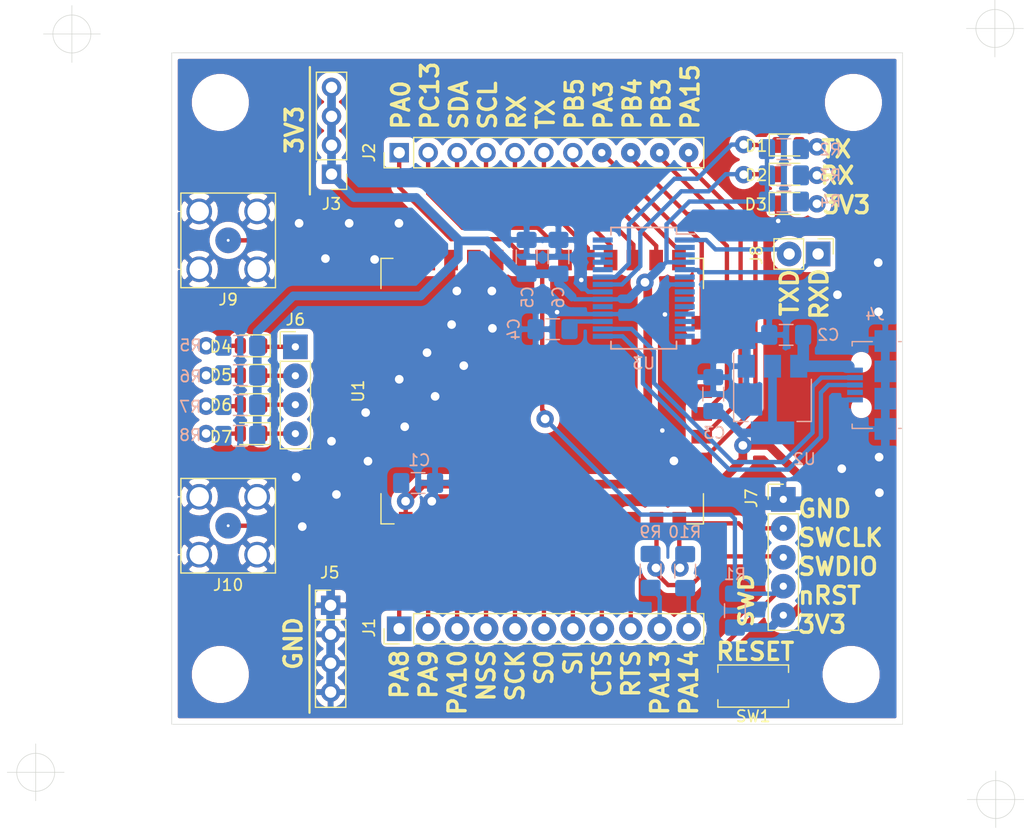
<source format=kicad_pcb>
(kicad_pcb (version 20171130) (host pcbnew 5.1.4-e60b266~84~ubuntu18.04.1)
  (layers (0 F.Cu signal) (31 B.Cu signal) (34 B.Paste user hide) (35 F.Paste user hide) (36 B.SilkS user) (37 F.SilkS user) (38 B.Mask user hide) (39 F.Mask user hide) (44 Edge.Cuts user))
  (net 0 "")
  (net 1 GND)
  (net 2 +3V3)
  (net 3 +5V)
  (net 4 "Net-(C4-Pad1)")
  (net 5 TX_LED)
  (net 6 "Net-(D1-Pad2)")
  (net 7 RX_LED)
  (net 8 "Net-(D2-Pad2)")
  (net 9 "Net-(D3-Pad2)")
  (net 10 "Net-(D4-Pad1)")
  (net 11 "Net-(D4-Pad2)")
  (net 12 "Net-(D5-Pad1)")
  (net 13 "Net-(D5-Pad2)")
  (net 14 "Net-(D6-Pad1)")
  (net 15 "Net-(D6-Pad2)")
  (net 16 "Net-(D7-Pad1)")
  (net 17 "Net-(D7-Pad2)")
  (net 18 SWCLK)
  (net 19 SWDIO)
  (net 20 RTS)
  (net 21 CTS)
  (net 22 MOSI)
  (net 23 MISO)
  (net 24 SCK)
  (net 25 NSS)
  (net 26 PA10)
  (net 27 PA9)
  (net 28 PA8)
  (net 29 PA15)
  (net 30 PB3)
  (net 31 PB4)
  (net 32 PA3)
  (net 33 PB5)
  (net 34 TX)
  (net 35 RX)
  (net 36 SCL)
  (net 37 SDA)
  (net 38 PC13)
  (net 39 PA0)
  (net 40 D-)
  (net 41 D+)
  (net 42 "Net-(J4-Pad4)")
  (net 43 nRST)
  (net 44 "Net-(U1-Pad19)")
  (net 45 "Net-(U1-Pad18)")
  (net 46 "Net-(U1-Pad17)")
  (net 47 "Net-(U3-Pad28)")
  (net 48 "Net-(U3-Pad27)")
  (net 49 "Net-(U3-Pad19)")
  (net 50 "Net-(U3-Pad14)")
  (net 51 "Net-(U3-Pad13)")
  (net 52 "Net-(U3-Pad12)")
  (net 53 "Net-(U3-Pad11)")
  (net 54 "Net-(U3-Pad10)")
  (net 55 "Net-(U3-Pad9)")
  (net 56 "Net-(U3-Pad6)")
  (net 57 "Net-(U3-Pad3)")
  (net 58 "Net-(U3-Pad2)")
  (net 59 "Net-(J1-Pad10)")
  (net 60 "Net-(J1-Pad11)")
  (net 61 "Net-(J8-Pad1)")
  (net 62 "Net-(J8-Pad2)")
  (net 63 ANT_LF)
  (net 64 ANT_HF)
  (module Connector_PinHeader_2.54mm:PinHeader_1x11_P2.54mm_Vertical (layer F.Cu) (at 136.04 67.691 90)
    (fp_text reference J1 (at 0.091 -2.64 90) (layer F.SilkS))
    (fp_text value Conn_01x11_Male)
    (pad 1 thru_hole rect (at 0 0 90) (size 2.159 2.159) (drill 1) (layers *.Cu *.Mask) (net 28 PA8))
    (pad 2 thru_hole oval (at 0 2.54 90) (size 2.159 2.159) (drill 1) (layers *.Cu *.Mask) (net 27 PA9))
    (pad 3 thru_hole oval (at 0 5.08 90) (size 2.159 2.159) (drill 1) (layers *.Cu *.Mask) (net 26 PA10))
    (pad 4 thru_hole oval (at 0 7.62 90) (size 2.159 2.159) (drill 1) (layers *.Cu *.Mask) (net 25 NSS))
    (pad 5 thru_hole oval (at 0 10.16 90) (size 2.159 2.159) (drill 1) (layers *.Cu *.Mask) (net 24 SCK))
    (pad 6 thru_hole oval (at 0 12.7 90) (size 2.159 2.159) (drill 1) (layers *.Cu *.Mask) (net 23 MISO))
    (pad 7 thru_hole oval (at 0 15.24 90) (size 2.159 2.159) (drill 1) (layers *.Cu *.Mask) (net 22 MOSI))
    (pad 8 thru_hole oval (at 0 17.78 90) (size 2.159 2.159) (drill 1) (layers *.Cu *.Mask) (net 21 CTS))
    (pad 9 thru_hole oval (at 0 20.32 90) (size 2.032 2.032) (drill 1) (layers *.Cu *.Mask) (net 20 RTS))
    (pad 10 thru_hole oval (at 0 22.86 90) (size 2.159 2.159) (drill 1) (layers *.Cu *.Mask) (net 59 "Net-(J1-Pad10)"))
    (pad 11 thru_hole oval (at 0 25.4 90) (size 2.159 2.159) (drill 1) (layers *.Cu *.Mask) (net 60 "Net-(J1-Pad11)"))
  )
  (module rfh78-052:USB_Micro-B_Molex_47346-0001 (layer B.Cu) (at 177.5 46.3 270)
    (fp_text reference J4 (at -6.2 -0.3 180) (layer B.SilkS) (effects (justify mirror)))
    (fp_text value USB_B_Micro)
    (pad "" np_thru_hole circle (at -2 0.9 90) (size 0.8 0.8) (drill 0.8) (layers *.Mask B.Cu))
    (pad "" np_thru_hole circle (at 2 0.9 270) (size 0.8 0.8) (drill 0.8) (layers *.Mask B.Cu))
    (pad 1 smd rect (at -1.3 1.46 270) (size 0.45 1.38) (layers B.Cu B.Paste B.Mask) (net 3 +5V))
    (pad 2 smd rect (at -0.65 1.46 270) (size 0.45 1.38) (layers B.Cu B.Paste B.Mask) (net 40 D-))
    (pad 3 smd rect (at 0 1.46 270) (size 0.45 1.38) (layers B.Cu B.Paste B.Mask) (net 41 D+))
    (pad 4 smd rect (at 0.65 1.46 270) (size 0.45 1.38) (layers B.Cu B.Paste B.Mask) (net 42 "Net-(J4-Pad4)"))
    (pad 5 smd rect (at 1.3 1.46 270) (size 0.45 1.38) (layers B.Cu B.Paste B.Mask) (net 1 GND))
    (pad 6 smd rect (at -3.86 -1.2 270) (size 1.9 1.9) (layers B.Cu B.Paste B.Mask) (net 1 GND))
    (pad 6 smd rect (at 3.86 -1.2 270) (size 1.9 1.9) (layers B.Cu B.Paste B.Mask) (net 1 GND))
    (pad 6 smd rect (at -1.2 -1.2 270) (size 1.9 1.9) (layers B.Cu B.Paste B.Mask) (net 1 GND))
    (pad 6 smd rect (at 1.2 -1.2 270) (size 1.9 1.9) (layers B.Cu B.Paste B.Mask) (net 1 GND))
  )
  (module Button_Switch_SMD:SW_SPST_EVQPE1 (layer F.Cu) (at 167.1066 72.7202 180)
    (fp_text reference SW1 (at 0 -2.65) (layer F.SilkS))
    (fp_text value FSM8JSMATR)
    (pad 1 smd rect (at -2.7 0 180) (size 2 1.6) (layers F.Cu F.Paste F.Mask) (net 1 GND))
    (pad 2 smd rect (at 2.7 0 180) (size 2 1.6) (layers F.Cu F.Paste F.Mask) (net 43 nRST))
  )
  (module Connector_Coaxial:SMA_Amphenol_132203-12_Horizontal (layer F.Cu) (at 121.031 58.6486 90)
    (fp_text reference J10 (at -5.2 0) (layer F.SilkS))
    (fp_text value Conn_Coaxial_Power)
    (pad 1 thru_hole circle (at 0 0 90) (size 2.25 2.25) (drill 0.254) (layers *.Cu *.Mask) (net 64 ANT_HF))
    (pad 2 thru_hole circle (at 2.54 2.54 180) (size 2.25 2.25) (drill 1.7) (layers *.Cu *.Mask) (net 1 GND))
    (pad 2 thru_hole circle (at 2.54 -2.54 90) (size 2.25 2.25) (drill 1.7) (layers *.Cu *.Mask) (net 1 GND))
    (pad 2 thru_hole circle (at -2.54 -2.54 90) (size 2.25 2.25) (drill 1.7) (layers *.Cu *.Mask) (net 1 GND))
    (pad 2 thru_hole circle (at -2.54 2.54 90) (size 2.25 2.25) (drill 1.7) (layers *.Cu *.Mask) (net 1 GND))
  )
  (module Connector_Coaxial:SMA_Amphenol_132203-12_Horizontal (layer F.Cu) (at 121.031 33.6042 90)
    (fp_text reference J9 (at -5.2 0) (layer F.SilkS))
    (fp_text value Conn_Coaxial_Power)
    (pad 1 thru_hole circle (at 0 0 90) (size 2.25 2.25) (drill 0.254) (layers *.Cu *.Mask) (net 63 ANT_LF))
    (pad 2 thru_hole circle (at 2.54 2.54 180) (size 2.25 2.25) (drill 1.7) (layers *.Cu *.Mask) (net 1 GND))
    (pad 2 thru_hole circle (at 2.54 -2.54 90) (size 2.25 2.25) (drill 1.7) (layers *.Cu *.Mask) (net 1 GND))
    (pad 2 thru_hole circle (at -2.54 -2.54 90) (size 2.25 2.25) (drill 1.7) (layers *.Cu *.Mask) (net 1 GND))
    (pad 2 thru_hole circle (at -2.54 2.54 90) (size 2.25 2.25) (drill 1.7) (layers *.Cu *.Mask) (net 1 GND))
  )
  (module MountingHole:MountingHole_4mm (layer F.Cu) (at 175.9 21.5)
    (fp_text reference REF** hide)
    (fp_text value MountingHole_4mm)
    (pad 1 np_thru_hole circle (at 0 0) (size 4 4) (drill 4) (layers *.Cu *.Mask))
  )
  (module MountingHole:MountingHole_4mm (layer F.Cu) (at 120.343 21.5)
    (fp_text reference REF** hide)
    (fp_text value MountingHole_4mm)
    (pad 1 np_thru_hole circle (at 0 0) (size 4 4) (drill 4) (layers *.Cu *.Mask))
  )
  (module MountingHole:MountingHole_4mm (layer F.Cu) (at 120.343 71.7)
    (fp_text reference REF** hide)
    (fp_text value MountingHole_4mm)
    (pad 1 np_thru_hole circle (at 0 0) (size 4 4) (drill 4) (layers *.Cu *.Mask))
  )
  (module MountingHole:MountingHole_4mm (layer F.Cu) (at 175.7 71.7)
    (fp_text reference REF** hide)
    (fp_text value MountingHole_4mm)
    (pad 1 np_thru_hole circle (at 0 0) (size 4 4) (drill 4) (layers *.Cu *.Mask))
  )
  (module Resistor_SMD:R_1206_3216Metric_Pad1.42x1.75mm_HandSolder (layer B.Cu) (at 161.136 62.63 270)
    (fp_text reference R10 (at -3.43 0.036 180) (layer B.SilkS) (effects (justify mirror)))
    (fp_text value 440)
    (pad 1 smd roundrect (at -1.4875 0 270) (size 1.425 1.75) (layers B.Cu B.Paste B.Mask) (roundrect_rratio 0.175439) (net 18 SWCLK))
    (pad 2 smd roundrect (at 1.4875 0 270) (size 1.425 1.75) (layers B.Cu B.Paste B.Mask) (roundrect_rratio 0.175439) (net 60 "Net-(J1-Pad11)"))
  )
  (module Resistor_SMD:R_1206_3216Metric_Pad1.42x1.75mm_HandSolder (layer B.Cu) (at 158.1 62.6125 270)
    (fp_text reference R9 (at -3.4125 0 180) (layer B.SilkS) (effects (justify mirror)))
    (fp_text value 440)
    (pad 1 smd roundrect (at -1.4875 0 270) (size 1.425 1.75) (layers B.Cu B.Paste B.Mask) (roundrect_rratio 0.175439) (net 19 SWDIO))
    (pad 2 smd roundrect (at 1.4875 0 270) (size 1.425 1.75) (layers B.Cu B.Paste B.Mask) (roundrect_rratio 0.175439) (net 59 "Net-(J1-Pad10)"))
  )
  (module Resistor_SMD:R_1206_3216Metric_Pad1.42x1.75mm_HandSolder (layer B.Cu) (at 122.0924 50.7588 180)
    (fp_text reference R8 (at 4.3888 0.0604 180) (layer B.SilkS) (effects (justify mirror)))
    (fp_text value 100)
    (pad 2 smd roundrect (at 1.4875 0 180) (size 1.425 1.75) (layers B.Cu B.Paste B.Mask) (roundrect_rratio 0.175439) (net 17 "Net-(D7-Pad2)"))
    (pad 1 smd roundrect (at -1.4875 0 180) (size 1.425 1.75) (layers B.Cu B.Paste B.Mask) (roundrect_rratio 0.175439) (net 2 +3V3))
  )
  (module Resistor_SMD:R_1206_3216Metric_Pad1.42x1.75mm_HandSolder (layer B.Cu) (at 122.0924 48.0588 180)
    (fp_text reference R7 (at 4.3888 -0.1504 180) (layer B.SilkS) (effects (justify mirror)))
    (fp_text value 100)
    (pad 2 smd roundrect (at 1.4875 0 180) (size 1.425 1.75) (layers B.Cu B.Paste B.Mask) (roundrect_rratio 0.175439) (net 15 "Net-(D6-Pad2)"))
    (pad 1 smd roundrect (at -1.4875 0 180) (size 1.425 1.75) (layers B.Cu B.Paste B.Mask) (roundrect_rratio 0.175439) (net 2 +3V3))
  )
  (module Resistor_SMD:R_1206_3216Metric_Pad1.42x1.75mm_HandSolder (layer B.Cu) (at 122.0924 45.4358 180)
    (fp_text reference R6 (at 4.3634 -0.1064 180) (layer B.SilkS) (effects (justify mirror)))
    (fp_text value 100)
    (pad 2 smd roundrect (at 1.4875 0 180) (size 1.425 1.75) (layers B.Cu B.Paste B.Mask) (roundrect_rratio 0.175439) (net 13 "Net-(D5-Pad2)"))
    (pad 1 smd roundrect (at -1.4875 0 180) (size 1.425 1.75) (layers B.Cu B.Paste B.Mask) (roundrect_rratio 0.175439) (net 2 +3V3))
  )
  (module Resistor_SMD:R_1206_3216Metric_Pad1.42x1.75mm_HandSolder (layer B.Cu) (at 122.0924 42.8588 180)
    (fp_text reference R5 (at 4.3634 0.0344 180) (layer B.SilkS) (effects (justify mirror)))
    (fp_text value 100)
    (pad 2 smd roundrect (at 1.4875 0 180) (size 1.425 1.75) (layers B.Cu B.Paste B.Mask) (roundrect_rratio 0.175439) (net 11 "Net-(D4-Pad2)"))
    (pad 1 smd roundrect (at -1.4875 0 180) (size 1.425 1.75) (layers B.Cu B.Paste B.Mask) (roundrect_rratio 0.175439) (net 2 +3V3))
  )
  (module Resistor_SMD:R_1206_3216Metric_Pad1.42x1.75mm_HandSolder (layer B.Cu) (at 169.8 30.2)
    (fp_text reference R4 (at 4.058283 -0.02997) (layer B.SilkS) (effects (justify mirror)))
    (fp_text value 100)
    (pad 2 smd roundrect (at 1.4875 0) (size 1.425 1.75) (layers B.Cu B.Paste B.Mask) (roundrect_rratio 0.175439) (net 9 "Net-(D3-Pad2)"))
    (pad 1 smd roundrect (at -1.4875 0) (size 1.425 1.75) (layers B.Cu B.Paste B.Mask) (roundrect_rratio 0.175439) (net 2 +3V3))
  )
  (module Resistor_SMD:R_1206_3216Metric_Pad1.42x1.75mm_HandSolder (layer B.Cu) (at 169.8 27.9)
    (fp_text reference R3 (at 4.058283 0.00203) (layer B.SilkS) (effects (justify mirror)))
    (fp_text value 100)
    (pad 2 smd roundrect (at 1.4875 0) (size 1.425 1.75) (layers B.Cu B.Paste B.Mask) (roundrect_rratio 0.175439) (net 8 "Net-(D2-Pad2)"))
    (pad 1 smd roundrect (at -1.4875 0) (size 1.425 1.75) (layers B.Cu B.Paste B.Mask) (roundrect_rratio 0.175439) (net 2 +3V3))
  )
  (module Resistor_SMD:R_1206_3216Metric_Pad1.42x1.75mm_HandSolder (layer B.Cu) (at 169.8 25.6)
    (fp_text reference R2 (at 4.058283 0.03403) (layer B.SilkS) (effects (justify mirror)))
    (fp_text value 100)
    (pad 1 smd roundrect (at -1.4875 0) (size 1.425 1.75) (layers B.Cu B.Paste B.Mask) (roundrect_rratio 0.175439) (net 2 +3V3))
    (pad 2 smd roundrect (at 1.4875 0) (size 1.425 1.75) (layers B.Cu B.Paste B.Mask) (roundrect_rratio 0.175439) (net 6 "Net-(D1-Pad2)"))
  )
  (module Resistor_SMD:R_1206_3216Metric_Pad1.42x1.75mm_HandSolder (layer B.Cu) (at 165.5 66.1 90)
    (fp_text reference R1 (at 3.2 0) (layer B.SilkS) (effects (justify mirror)))
    (fp_text value 1K)
    (pad 2 smd roundrect (at 1.4875 0 90) (size 1.425 1.75) (layers B.Cu B.Paste B.Mask) (roundrect_rratio 0.175439) (net 43 nRST))
    (pad 1 smd roundrect (at -1.4875 0 90) (size 1.425 1.75) (layers B.Cu B.Paste B.Mask) (roundrect_rratio 0.175439) (net 2 +3V3))
  )
  (module Capacitor_SMD:C_1206_3216Metric_Pad1.42x1.75mm_HandSolder (layer B.Cu) (at 150.015 35.051 90)
    (fp_text reference C6 (at -3.549 -0.015 90) (layer B.SilkS) (effects (justify mirror)))
    (fp_text value 100nF)
    (pad 2 smd roundrect (at 1.4875 0 90) (size 1.425 1.75) (layers B.Cu B.Paste B.Mask) (roundrect_rratio 0.175439) (net 1 GND))
    (pad 1 smd roundrect (at -1.4875 0 90) (size 1.425 1.75) (layers B.Cu B.Paste B.Mask) (roundrect_rratio 0.175439) (net 2 +3V3))
  )
  (module Capacitor_SMD:C_1206_3216Metric_Pad1.42x1.75mm_HandSolder (layer B.Cu) (at 147.221 35.051 90)
    (fp_text reference C5 (at -3.549 0.079 90) (layer B.SilkS) (effects (justify mirror)))
    (fp_text value 4.7uF)
    (pad 2 smd roundrect (at 1.4875 0 90) (size 1.425 1.75) (layers B.Cu B.Paste B.Mask) (roundrect_rratio 0.175439) (net 1 GND))
    (pad 1 smd roundrect (at -1.4875 0 90) (size 1.425 1.75) (layers B.Cu B.Paste B.Mask) (roundrect_rratio 0.175439) (net 2 +3V3))
  )
  (module Capacitor_SMD:C_1206_3216Metric_Pad1.42x1.75mm_HandSolder (layer B.Cu) (at 149.5 41.4 180)
    (fp_text reference C4 (at 3.4 0 270) (layer B.SilkS) (effects (justify mirror)))
    (fp_text value 100nF)
    (pad 2 smd roundrect (at 1.4875 0 180) (size 1.425 1.75) (layers B.Cu B.Paste B.Mask) (roundrect_rratio 0.175439) (net 1 GND))
    (pad 1 smd roundrect (at -1.4875 0 180) (size 1.425 1.75) (layers B.Cu B.Paste B.Mask) (roundrect_rratio 0.175439) (net 4 "Net-(C4-Pad1)"))
  )
  (module Capacitor_SMD:C_1206_3216Metric_Pad1.42x1.75mm_HandSolder (layer B.Cu) (at 163.6 47.1 90)
    (fp_text reference C3 (at -3.4 0.1) (layer B.SilkS) (effects (justify mirror)))
    (fp_text value 10uF)
    (pad 1 smd roundrect (at -1.4875 0 90) (size 1.425 1.75) (layers B.Cu B.Paste B.Mask) (roundrect_rratio 0.175439) (net 2 +3V3))
    (pad 2 smd roundrect (at 1.4875 0 90) (size 1.425 1.75) (layers B.Cu B.Paste B.Mask) (roundrect_rratio 0.175439) (net 1 GND))
  )
  (module Capacitor_SMD:C_1206_3216Metric_Pad1.42x1.75mm_HandSolder (layer B.Cu) (at 170 41.9 180)
    (fp_text reference C2 (at -3.7 0) (layer B.SilkS) (effects (justify mirror)))
    (fp_text value 10uF)
    (pad 1 smd roundrect (at -1.4875 0 180) (size 1.425 1.75) (layers B.Cu B.Paste B.Mask) (roundrect_rratio 0.175439) (net 3 +5V))
    (pad 2 smd roundrect (at 1.4875 0 180) (size 1.425 1.75) (layers B.Cu B.Paste B.Mask) (roundrect_rratio 0.175439) (net 1 GND))
  )
  (module Capacitor_SMD:C_1206_3216Metric_Pad1.42x1.75mm_HandSolder (layer B.Cu) (at 137.7 54.9)
    (fp_text reference C1 (at 0.1 -2 180) (layer B.SilkS) (effects (justify mirror)))
    (fp_text value 100nF)
    (pad 2 smd roundrect (at 1.4875 0) (size 1.425 1.75) (layers B.Cu B.Paste B.Mask) (roundrect_rratio 0.175439) (net 1 GND))
    (pad 1 smd roundrect (at -1.4875 0) (size 1.425 1.75) (layers B.Cu B.Paste B.Mask) (roundrect_rratio 0.175439) (net 2 +3V3))
  )
  (module Connector_PinHeader_2.54mm:PinHeader_1x02_P2.54mm_Vertical (layer F.Cu) (at 172.8 34.8 270)
    (fp_text reference J8 (at 0.1 5.4 270) (layer F.SilkS))
    (fp_text value Conn_01x02_Male)
    (pad 1 thru_hole rect (at 0 0 270) (size 2.159 2.159) (drill 1) (layers *.Cu *.Mask) (net 61 "Net-(J8-Pad1)"))
    (pad 2 thru_hole oval (at 0 2.54 270) (size 2.159 2.159) (drill 1) (layers *.Cu *.Mask) (net 62 "Net-(J8-Pad2)"))
  )
  (module Connector_PinHeader_2.54mm:PinHeader_1x05_P2.54mm_Vertical (layer F.Cu) (at 169.7482 56.3372)
    (fp_text reference J7 (at -2.8 -0.1 90) (layer F.SilkS))
    (fp_text value SWD)
    (pad 1 thru_hole rect (at 0 0) (size 2.159 2.159) (drill 0.635) (layers *.Cu *.Mask) (net 1 GND))
    (pad 2 thru_hole oval (at 0 2.54) (size 2.159 2.159) (drill 0.635) (layers *.Cu *.Mask) (net 18 SWCLK))
    (pad 3 thru_hole oval (at 0 5.08) (size 2.159 2.159) (drill 0.635) (layers *.Cu *.Mask) (net 19 SWDIO))
    (pad 4 thru_hole oval (at 0 7.62) (size 2.159 2.159) (drill 0.635) (layers *.Cu *.Mask) (net 43 nRST))
    (pad 5 thru_hole oval (at 0 10.16) (size 2.159 2.159) (drill 0.635) (layers *.Cu *.Mask) (net 2 +3V3))
  )
  (module Package_SO:SSOP-28_5.3x10.2mm_P0.65mm (layer B.Cu) (at 157.5 37.8 180)
    (fp_text reference U3 (at 0 -6.6 unlocked) (layer B.SilkS) (effects (justify mirror)))
    (fp_text value FT232RL)
    (pad 28 smd rect (at 3.6 4.225 180) (size 1.75 0.45) (layers B.Cu B.Paste B.Mask) (net 47 "Net-(U3-Pad28)"))
    (pad 27 smd rect (at 3.6 3.575 180) (size 1.75 0.45) (layers B.Cu B.Paste B.Mask) (net 48 "Net-(U3-Pad27)"))
    (pad 26 smd rect (at 3.6 2.925 180) (size 1.75 0.45) (layers B.Cu B.Paste B.Mask) (net 1 GND))
    (pad 25 smd rect (at 3.6 2.275 180) (size 1.75 0.45) (layers B.Cu B.Paste B.Mask) (net 1 GND))
    (pad 24 smd rect (at 3.6 1.625 180) (size 1.75 0.45) (layers B.Cu B.Paste B.Mask))
    (pad 23 smd rect (at 3.6 0.975 180) (size 1.75 0.45) (layers B.Cu B.Paste B.Mask) (net 5 TX_LED))
    (pad 22 smd rect (at 3.6 0.325 180) (size 1.75 0.45) (layers B.Cu B.Paste B.Mask) (net 7 RX_LED))
    (pad 21 smd rect (at 3.6 -0.325 180) (size 1.75 0.45) (layers B.Cu B.Paste B.Mask) (net 1 GND))
    (pad 20 smd rect (at 3.6 -0.975 180) (size 1.75 0.45) (layers B.Cu B.Paste B.Mask) (net 2 +3V3))
    (pad 19 smd rect (at 3.6 -1.625 180) (size 1.75 0.45) (layers B.Cu B.Paste B.Mask) (net 49 "Net-(U3-Pad19)"))
    (pad 18 smd rect (at 3.6 -2.275 180) (size 1.75 0.45) (layers B.Cu B.Paste B.Mask) (net 1 GND))
    (pad 17 smd rect (at 3.6 -2.925 180) (size 1.75 0.45) (layers B.Cu B.Paste B.Mask) (net 4 "Net-(C4-Pad1)"))
    (pad 16 smd rect (at 3.6 -3.575 180) (size 1.75 0.45) (layers B.Cu B.Paste B.Mask) (net 40 D-))
    (pad 15 smd rect (at 3.6 -4.225 180) (size 1.75 0.45) (layers B.Cu B.Paste B.Mask) (net 41 D+))
    (pad 14 smd rect (at -3.6 -4.225 180) (size 1.75 0.45) (layers B.Cu B.Paste B.Mask) (net 50 "Net-(U3-Pad14)"))
    (pad 13 smd rect (at -3.6 -3.575 180) (size 1.75 0.45) (layers B.Cu B.Paste B.Mask) (net 51 "Net-(U3-Pad13)"))
    (pad 12 smd rect (at -3.6 -2.925 180) (size 1.75 0.45) (layers B.Cu B.Paste B.Mask) (net 52 "Net-(U3-Pad12)"))
    (pad 11 smd rect (at -3.6 -2.275 180) (size 1.75 0.45) (layers B.Cu B.Paste B.Mask) (net 53 "Net-(U3-Pad11)"))
    (pad 10 smd rect (at -3.6 -1.625 180) (size 1.75 0.45) (layers B.Cu B.Paste B.Mask) (net 54 "Net-(U3-Pad10)"))
    (pad 9 smd rect (at -3.6 -0.975 180) (size 1.75 0.45) (layers B.Cu B.Paste B.Mask) (net 55 "Net-(U3-Pad9)"))
    (pad 8 smd rect (at -3.6 -0.325 180) (size 1.75 0.45) (layers B.Cu B.Paste B.Mask))
    (pad 7 smd rect (at -3.6 0.325 180) (size 1.75 0.45) (layers B.Cu B.Paste B.Mask) (net 1 GND))
    (pad 6 smd rect (at -3.6 0.975 180) (size 1.75 0.45) (layers B.Cu B.Paste B.Mask) (net 56 "Net-(U3-Pad6)"))
    (pad 5 smd rect (at -3.6 1.625 180) (size 1.75 0.45) (layers B.Cu B.Paste B.Mask) (net 61 "Net-(J8-Pad1)"))
    (pad 4 smd rect (at -3.6 2.275 180) (size 1.75 0.45) (layers B.Cu B.Paste B.Mask) (net 2 +3V3))
    (pad 3 smd rect (at -3.6 2.925 180) (size 1.75 0.45) (layers B.Cu B.Paste B.Mask) (net 57 "Net-(U3-Pad3)"))
    (pad 2 smd rect (at -3.6 3.575 180) (size 1.75 0.45) (layers B.Cu B.Paste B.Mask) (net 58 "Net-(U3-Pad2)"))
    (pad 1 smd rect (at -3.6 4.225 180) (size 1.75 0.45) (layers B.Cu B.Paste B.Mask) (net 62 "Net-(J8-Pad2)"))
  )
  (module rfh78-052:SOT-223-3_TabPin2_new-TI (layer B.Cu) (at 168.8 47.6 270)
    (fp_text reference U2 (at 5.2 -2.8 unlocked) (layer B.SilkS) (effects (justify mirror)))
    (fp_text value LM1117-3.3)
    (pad 2 smd rect (at 2.9 0 270) (size 2 3.8) (layers B.Cu B.Paste B.Mask) (net 2 +3V3))
    (pad 2 smd rect (at -2.95 0 270) (size 2 1.5) (layers B.Cu B.Paste B.Mask) (net 2 +3V3))
    (pad 3 smd rect (at -2.95 -2.3 270) (size 2 1.5) (layers B.Cu B.Paste B.Mask) (net 3 +5V))
    (pad 1 smd rect (at -2.95 2.3 270) (size 2 1.5) (layers B.Cu B.Paste B.Mask) (net 1 GND))
  )
  (module rfh78-052:RHF78-052_LCC (layer F.Cu) (at 148.59 46.836 90)
    (fp_text reference U1 (at 0 -16.15 90) (layer F.SilkS))
    (fp_text value rhf78-052)
    (pad 33 smd rect (at 11.5 -12) (size 1.2 1.8) (layers F.Cu F.Paste F.Mask) (net 1 GND))
    (pad 32 smd rect (at 11.5 -10) (size 1.2 1.8) (layers F.Cu F.Paste F.Mask) (net 63 ANT_LF))
    (pad 31 smd rect (at 11.5 -8) (size 1.2 1.8) (layers F.Cu F.Paste F.Mask) (net 1 GND))
    (pad 30 smd rect (at 11.5 -6) (size 1.2 1.8) (layers F.Cu F.Paste F.Mask) (net 64 ANT_HF))
    (pad 29 smd rect (at 11.5 -4) (size 1.2 1.8) (layers F.Cu F.Paste F.Mask) (net 1 GND))
    (pad 28 smd rect (at 11.5 -2) (size 1.2 1.8) (layers F.Cu F.Paste F.Mask) (net 39 PA0))
    (pad 27 smd rect (at 11.5 0) (size 1.2 1.8) (layers F.Cu F.Paste F.Mask) (net 43 nRST))
    (pad 26 smd rect (at 11.5 2) (size 1.2 1.8) (layers F.Cu F.Paste F.Mask) (net 38 PC13))
    (pad 25 smd rect (at 11.5 4) (size 1.2 1.8) (layers F.Cu F.Paste F.Mask) (net 37 SDA))
    (pad 24 smd rect (at 11.5 6 180) (size 1.2 1.8) (layers F.Cu F.Paste F.Mask) (net 36 SCL))
    (pad 23 smd rect (at 11.5 8 180) (size 1.2 1.8) (layers F.Cu F.Paste F.Mask) (net 35 RX))
    (pad 22 smd rect (at 11.5 10 180) (size 1.2 1.8) (layers F.Cu F.Paste F.Mask) (net 34 TX))
    (pad 21 smd rect (at 11.5 12 180) (size 1.2 1.8) (layers F.Cu F.Paste F.Mask) (net 33 PB5))
    (pad 20 smd rect (at 6 14 270) (size 1.2 1.8) (layers F.Cu F.Paste F.Mask) (net 32 PA3))
    (pad 19 smd rect (at 4 14 90) (size 1.2 1.8) (layers F.Cu F.Paste F.Mask) (net 44 "Net-(U1-Pad19)"))
    (pad 18 smd rect (at 2 14 90) (size 1.2 1.8) (layers F.Cu F.Paste F.Mask) (net 45 "Net-(U1-Pad18)"))
    (pad 17 smd rect (at 0 14 90) (size 1.2 1.8) (layers F.Cu F.Paste F.Mask) (net 46 "Net-(U1-Pad17)"))
    (pad 16 smd rect (at -2 14 90) (size 1.2 1.8) (layers F.Cu F.Paste F.Mask) (net 31 PB4))
    (pad 15 smd rect (at -4 14 90) (size 1.2 1.8) (layers F.Cu F.Paste F.Mask) (net 30 PB3))
    (pad 14 smd rect (at -6 14 90) (size 1.2 1.8) (layers F.Cu F.Paste F.Mask) (net 29 PA15))
    (pad 13 smd rect (at -11.5 12.03) (size 1.2 1.8) (layers F.Cu F.Paste F.Mask) (net 18 SWCLK))
    (pad 12 smd rect (at -11.5 10.03) (size 1.2 1.8) (layers F.Cu F.Paste F.Mask) (net 19 SWDIO))
    (pad 11 smd rect (at -11.5 8.03) (size 1.2 1.8) (layers F.Cu F.Paste F.Mask) (net 20 RTS))
    (pad 10 smd rect (at -11.5 6.03) (size 1.2 1.8) (layers F.Cu F.Paste F.Mask) (net 21 CTS))
    (pad 9 smd rect (at -11.5 4) (size 1.2 1.8) (layers F.Cu F.Paste F.Mask) (net 22 MOSI))
    (pad 8 smd rect (at -11.5 2.02 180) (size 1.2 1.8) (layers F.Cu F.Paste F.Mask) (net 23 MISO))
    (pad 7 smd rect (at -11.5 0.02 180) (size 1.2 1.8) (layers F.Cu F.Paste F.Mask) (net 24 SCK))
    (pad 6 smd rect (at -11.5 -1.98 180) (size 1.2 1.8) (layers F.Cu F.Paste F.Mask) (net 25 NSS))
    (pad 5 smd rect (at -11.5 -3.98 180) (size 1.2 1.8) (layers F.Cu F.Paste F.Mask) (net 26 PA10))
    (pad 4 smd rect (at -11.5 -5.98 180) (size 1.2 1.8) (layers F.Cu F.Paste F.Mask) (net 27 PA9))
    (pad 3 smd rect (at -11.5 -7.98 180) (size 1.2 1.8) (layers F.Cu F.Paste F.Mask) (net 28 PA8))
    (pad 2 smd rect (at -11.5 -9.98 180) (size 1.2 1.8) (layers F.Cu F.Paste F.Mask) (net 1 GND))
    (pad 1 smd rect (at -11.5 -11.98 180) (size 1.2 1.8) (layers F.Cu F.Paste F.Mask) (net 2 +3V3))
  )
  (module Connector_PinHeader_2.54mm:PinHeader_1x04_P2.54mm_Vertical (layer F.Cu) (at 126.926436 42.947362)
    (fp_text reference J6 (at 0 -2.388562) (layer F.SilkS))
    (fp_text value LEDS)
    (pad 4 thru_hole oval (at 0 7.62) (size 2.159 2.159) (drill 0.635) (layers *.Cu *.Mask) (net 16 "Net-(D7-Pad1)"))
    (pad 3 thru_hole oval (at 0 5.08) (size 2.159 2.159) (drill 0.635) (layers *.Cu *.Mask) (net 14 "Net-(D6-Pad1)"))
    (pad 2 thru_hole oval (at 0 2.54) (size 2.159 2.159) (drill 0.635) (layers *.Cu *.Mask) (net 12 "Net-(D5-Pad1)"))
    (pad 1 thru_hole rect (at 0 0) (size 2.159 2.159) (drill 0.635) (layers *.Cu *.Mask) (net 10 "Net-(D4-Pad1)"))
  )
  (module Connector_PinHeader_2.54mm:PinHeader_1x04_P2.54mm_Vertical (layer F.Cu) (at 130.0226 65.6336)
    (fp_text reference J5 (at -0.0762 -2.8702 180) (layer F.SilkS))
    (fp_text value GND)
    (pad 4 thru_hole oval (at 0 7.62) (size 1.7 1.7) (drill 1) (layers *.Cu *.Mask) (net 1 GND))
    (pad 3 thru_hole oval (at 0 5.08) (size 1.7 1.7) (drill 1) (layers *.Cu *.Mask) (net 1 GND))
    (pad 2 thru_hole oval (at 0 2.54) (size 1.7 1.7) (drill 1) (layers *.Cu *.Mask) (net 1 GND))
    (pad 1 thru_hole rect (at 0 0) (size 1.7 1.7) (drill 1) (layers *.Cu *.Mask) (net 1 GND))
  )
  (module Connector_PinHeader_2.54mm:PinHeader_1x04_P2.54mm_Vertical (layer F.Cu) (at 130.1 27.8 180)
    (fp_text reference J3 (at 0 -2.611) (layer F.SilkS))
    (fp_text value 3.3V)
    (pad 1 thru_hole rect (at 0 0 180) (size 1.7 1.7) (drill 1) (layers *.Cu *.Mask) (net 2 +3V3))
    (pad 2 thru_hole oval (at 0 2.54 180) (size 1.7 1.7) (drill 1) (layers *.Cu *.Mask) (net 2 +3V3))
    (pad 3 thru_hole oval (at 0 5.08 180) (size 1.7 1.7) (drill 1) (layers *.Cu *.Mask) (net 2 +3V3))
    (pad 4 thru_hole oval (at 0 7.62 180) (size 1.7 1.7) (drill 1) (layers *.Cu *.Mask) (net 2 +3V3))
  )
  (module Connector_PinHeader_2.54mm:PinHeader_1x11_P2.54mm_Vertical (layer F.Cu) (at 136.04 25.908 90)
    (fp_text reference J2 (at 0.008 -2.64 90) (layer F.SilkS))
    (fp_text value Conn_01x11_Male)
    (pad 1 thru_hole rect (at 0 0 90) (size 1.7 1.7) (drill 1) (layers *.Cu *.Mask) (net 39 PA0))
    (pad 2 thru_hole oval (at 0 2.54 90) (size 1.7 1.7) (drill 1) (layers *.Cu *.Mask) (net 38 PC13))
    (pad 3 thru_hole oval (at 0 5.08 90) (size 1.7 1.7) (drill 1) (layers *.Cu *.Mask) (net 37 SDA))
    (pad 4 thru_hole oval (at 0 7.62 90) (size 1.7 1.7) (drill 1) (layers *.Cu *.Mask) (net 36 SCL))
    (pad 5 thru_hole oval (at 0 10.16 90) (size 1.7 1.7) (drill 1) (layers *.Cu *.Mask) (net 35 RX))
    (pad 6 thru_hole oval (at 0 12.7 90) (size 1.7 1.7) (drill 1) (layers *.Cu *.Mask) (net 34 TX))
    (pad 7 thru_hole oval (at 0 15.24 90) (size 1.7 1.7) (drill 1) (layers *.Cu *.Mask) (net 33 PB5))
    (pad 8 thru_hole oval (at 0 17.78 90) (size 1.7 1.7) (drill 0.635) (layers *.Cu *.Mask) (net 32 PA3))
    (pad 9 thru_hole oval (at 0 20.32 90) (size 1.7 1.7) (drill 0.635) (layers *.Cu *.Mask) (net 31 PB4))
    (pad 10 thru_hole oval (at 0 22.86 90) (size 1.7 1.7) (drill 0.635) (layers *.Cu *.Mask) (net 30 PB3))
    (pad 11 thru_hole oval (at 0 25.4 90) (size 1.7 1.7) (drill 0.635) (layers *.Cu *.Mask) (net 29 PA15))
  )
  (module rfh78-052:D_0805_2012Metric (layer F.Cu) (at 123.037936 50.567362 180)
    (fp_text reference D7 (at 2.645536 -0.291438 180) (layer F.SilkS))
    (fp_text value KP-2012EC)
    (pad 1 smd roundrect (at -0.9375 0 180) (size 0.975 1.4) (layers F.Cu F.Paste F.Mask) (net 16 "Net-(D7-Pad1)"))
    (pad 2 smd roundrect (at 0.9375 0 180) (size 0.975 1.4) (layers F.Cu F.Paste F.Mask) (net 17 "Net-(D7-Pad2)"))
  )
  (module rfh78-052:D_0805_2012Metric (layer F.Cu) (at 123.037936 48.027362 180)
    (fp_text reference D6 (at 2.645536 -0.031438 180) (layer F.SilkS))
    (fp_text value KP-2012EC)
    (pad 1 smd roundrect (at -0.9375 0 180) (size 0.975 1.4) (layers F.Cu F.Paste F.Mask) (net 14 "Net-(D6-Pad1)"))
    (pad 2 smd roundrect (at 0.9375 0 180) (size 0.975 1.4) (layers F.Cu F.Paste F.Mask) (net 15 "Net-(D6-Pad2)"))
  )
  (module rfh78-052:D_0805_2012Metric (layer F.Cu) (at 123.037936 45.4588 180)
    (fp_text reference D5 (at 2.645536 0.028562 180) (layer F.SilkS))
    (fp_text value KP-2012EC)
    (pad 1 smd roundrect (at -0.9375 0 180) (size 0.975 1.4) (layers F.Cu F.Paste F.Mask) (net 12 "Net-(D5-Pad1)"))
    (pad 2 smd roundrect (at 0.9375 0 180) (size 0.975 1.4) (layers F.Cu F.Paste F.Mask) (net 13 "Net-(D5-Pad2)"))
  )
  (module rfh78-052:D_0805_2012Metric (layer F.Cu) (at 123.037936 42.8588 180)
    (fp_text reference D4 (at 2.66 -0.09 180) (layer F.SilkS))
    (fp_text value KP-2012EC)
    (pad 1 smd roundrect (at -0.9375 0 180) (size 0.975 1.4) (layers F.Cu F.Paste F.Mask) (net 10 "Net-(D4-Pad1)"))
    (pad 2 smd roundrect (at 0.9375 0 180) (size 0.975 1.4) (layers F.Cu F.Paste F.Mask) (net 11 "Net-(D4-Pad2)"))
  )
  (module rfh78-052:D_0805_2012Metric (layer F.Cu) (at 170.2 30.37003)
    (fp_text reference D3 (at -2.868283 0.08097 180) (layer F.SilkS))
    (fp_text value KP-2012EC)
    (pad 1 smd roundrect (at -0.9375 0) (size 0.975 1.4) (layers F.Cu F.Paste F.Mask) (net 1 GND))
    (pad 2 smd roundrect (at 0.9375 0) (size 0.975 1.4) (layers F.Cu F.Paste F.Mask) (net 9 "Net-(D3-Pad2)"))
  )
  (module rfh78-052:D_0805_2012Metric (layer F.Cu) (at 170.199283 27.80203)
    (fp_text reference D2 (at -2.828283 0.08097) (layer F.SilkS))
    (fp_text value KP-2012SYC)
    (pad 1 smd roundrect (at -0.9375 0) (size 0.975 1.4) (layers F.Cu F.Paste F.Mask) (net 7 RX_LED))
    (pad 2 smd roundrect (at 0.9375 0) (size 0.975 1.4) (layers F.Cu F.Paste F.Mask) (net 8 "Net-(D2-Pad2)"))
  )
  (module rfh78-052:D_0805_2012Metric (layer F.Cu) (at 170.199283 25.23403)
    (fp_text reference D1 (at -2.828283 0.08097) (layer F.SilkS))
    (fp_text value KP-2012SGC)
    (pad 2 smd roundrect (at 0.9375 0) (size 0.975 1.4) (layers F.Cu F.Paste F.Mask) (net 6 "Net-(D1-Pad2)"))
    (pad 1 smd roundrect (at -0.9375 0) (size 0.975 1.4) (layers F.Cu F.Paste F.Mask) (net 5 TX_LED))
  )
  (target plus (at 104.14 80.2894) (size 5) (width 0.05) (layer Edge.Cuts))
  (target plus (at 107.315 15.494) (size 5) (width 0.05) (layer Edge.Cuts))
  (target plus (at 188.3156 15.0114) (size 5) (width 0.05) (layer Edge.Cuts))
  (target plus (at 188.3918 82.677) (size 5) (width 0.05) (layer Edge.Cuts))
  (gr_text PA15 (at 161.582 21.002715 90) (layer F.SilkS) (effects (font (size 1.5 1.5) (thickness 0.3))))
  (gr_text PB3 (at 159.042 21.609858 90) (layer F.SilkS) (effects (font (size 1.5 1.5) (thickness 0.3))))
  (gr_text PB4 (at 156.502 21.609858 90) (layer F.SilkS) (effects (font (size 1.5 1.5) (thickness 0.3))))
  (gr_text PA3 (at 153.962 21.717 90) (layer F.SilkS) (effects (font (size 1.5 1.5) (thickness 0.3))))
  (gr_text PB5 (at 151.422 21.609858 90) (layer F.SilkS) (effects (font (size 1.5 1.5) (thickness 0.3))))
  (gr_text TX (at 148.882 22.538429 90) (layer F.SilkS) (effects (font (size 1.5 1.5) (thickness 0.3))))
  (gr_text RX (at 146.349 22.359858 90) (layer F.SilkS) (effects (font (size 1.5 1.5) (thickness 0.3))))
  (gr_text SCL (at 143.809 21.752715 90) (layer F.SilkS) (effects (font (size 1.5 1.5) (thickness 0.3))))
  (gr_text SDA (at 141.269 21.717 90) (layer F.SilkS) (effects (font (size 1.5 1.5) (thickness 0.3))))
  (gr_text PC13 (at 138.729 20.895572 90) (layer F.SilkS) (effects (font (size 1.5 1.5) (thickness 0.3))))
  (gr_text "PA0\n" (at 136.189 21.717 90) (layer F.SilkS) (effects (font (size 1.5 1.5) (thickness 0.3))))
  (gr_text PA14 (at 161.462 72.413714 90) (layer F.SilkS) (effects (font (size 1.5 1.5) (thickness 0.3))))
  (gr_text PA13 (at 158.922 72.413714 90) (layer F.SilkS) (effects (font (size 1.5 1.5) (thickness 0.3))))
  (gr_text "PA8\n" (at 136.062 71.699428 90) (layer F.SilkS) (effects (font (size 1.5 1.5) (thickness 0.3))))
  (gr_text PA9 (at 138.602 71.699428 90) (layer F.SilkS) (effects (font (size 1.5 1.5) (thickness 0.3))))
  (gr_text "PA10\n" (at 141.142 72.413714 90) (layer F.SilkS) (effects (font (size 1.5 1.5) (thickness 0.3))))
  (gr_text NSS (at 143.682 71.806571 90) (layer F.SilkS) (effects (font (size 1.5 1.5) (thickness 0.3))))
  (gr_text "SCK\n" (at 146.222 71.806571 90) (layer F.SilkS) (effects (font (size 1.5 1.5) (thickness 0.3))))
  (gr_text SO (at 148.762 71.092285 90) (layer F.SilkS) (effects (font (size 1.5 1.5) (thickness 0.3))))
  (gr_text SI (at 151.302 70.663714 90) (layer F.SilkS) (effects (font (size 1.5 1.5) (thickness 0.3))))
  (gr_text "CTS\n" (at 153.842 71.628 90) (layer F.SilkS) (effects (font (size 1.5 1.5) (thickness 0.3))))
  (gr_text RTS (at 156.382 71.628 90) (layer F.SilkS) (effects (font (size 1.5 1.5) (thickness 0.3))))
  (gr_line (start 128.1684 75.057) (end 128.1684 63.881) (layer F.SilkS) (width 0.2))
  (gr_text "GND\n" (at 126.746 68.9864 90) (layer F.SilkS) (effects (font (size 1.5 1.5) (thickness 0.3))))
  (gr_text 3V3 (at 126.8476 23.9014 90) (layer F.SilkS) (effects (font (size 1.5 1.5) (thickness 0.3))))
  (gr_line (start 128.2 29.576) (end 128.2 18.4) (layer F.SilkS) (width 0.2))
  (gr_text 3V3 (at 173.167714 67.317) (layer F.SilkS) (effects (font (size 1.5 1.5) (thickness 0.3))))
  (gr_text nRST (at 173.810571 64.777) (layer F.SilkS) (effects (font (size 1.5 1.5) (thickness 0.3))))
  (gr_text SWDIO (at 174.560571 62.237) (layer F.SilkS) (effects (font (size 1.5 1.5) (thickness 0.3))))
  (gr_text SWCLK (at 174.774857 59.697) (layer F.SilkS) (effects (font (size 1.5 1.5) (thickness 0.3))))
  (gr_text GND (at 173.382 57.157) (layer F.SilkS) (effects (font (size 1.5 1.5) (thickness 0.3))))
  (gr_text SWD (at 166.5 65.2 90) (layer F.SilkS) (effects (font (size 1.2 1.5) (thickness 0.3))))
  (gr_text RXD (at 172.9 38.3 90) (layer F.SilkS) (effects (font (size 1.5 1.5) (thickness 0.3))))
  (gr_text TXD (at 170.3 38.2 90) (layer F.SilkS) (effects (font (size 1.5 1.5) (thickness 0.3))))
  (gr_text 3V3 (at 175.3 30.5) (layer F.SilkS) (effects (font (size 1.5 1.5) (thickness 0.3))))
  (gr_text RX (at 174.484 27.917) (layer F.SilkS) (effects (font (size 1.5 1.5) (thickness 0.3))))
  (gr_text TX (at 174.4 25.6) (layer F.SilkS) (effects (font (size 1.5 1.5) (thickness 0.3))))
  (gr_text RESET (at 167.2844 69.6976) (layer F.SilkS) (effects (font (size 1.5 1.5) (thickness 0.3))))
  (gr_line (start 116.078 76.073) (end 116.078 17.145) (layer Edge.Cuts) (width 0.05))
  (gr_line (start 180.213 76.073) (end 116.078 76.073) (layer Edge.Cuts) (width 0.05))
  (gr_line (start 180.213 17.145) (end 180.213 76.073) (layer Edge.Cuts) (width 0.05))
  (gr_line (start 116.078 17.145) (end 180.213 17.145) (layer Edge.Cuts) (width 0.05))
  (via (at 138.4808 43.4594) (size 1.524) (drill 0.762) (layers F.Cu B.Cu) (net 1))
  (via (at 141.7066 44.6024) (size 1.524) (drill 0.762) (layers F.Cu B.Cu) (net 1))
  (via (at 136.0424 45.7962) (size 1.524) (drill 0.762) (layers F.Cu B.Cu) (net 1))
  (via (at 133.096 48.7172) (size 1.524) (drill 0.762) (layers F.Cu B.Cu) (net 1))
  (via (at 130.0988 51.2318) (size 1.524) (drill 0.762) (layers F.Cu B.Cu) (net 1))
  (via (at 127 54.3814) (size 1.524) (drill 0.762) (layers F.Cu B.Cu) (net 1))
  (via (at 139.192 47.2948) (size 1.524) (drill 0.762) (layers F.Cu B.Cu) (net 1))
  (via (at 136.525 49.9618) (size 1.524) (drill 0.762) (layers F.Cu B.Cu) (net 1))
  (via (at 133.2992 52.9844) (size 1.524) (drill 0.762) (layers F.Cu B.Cu) (net 1))
  (via (at 130.5306 55.9054) (size 1.524) (drill 0.762) (layers F.Cu B.Cu) (net 1))
  (via (at 127.5334 58.7248) (size 1.524) (drill 0.762) (layers F.Cu B.Cu) (net 1))
  (via (at 136.017 32.1056) (size 1.524) (drill 0.762) (layers F.Cu B.Cu) (net 1))
  (via (at 144.2212 41.3258) (size 1.524) (drill 0.762) (layers F.Cu B.Cu) (net 1))
  (via (at 140.6398 40.9956) (size 1.524) (drill 0.762) (layers F.Cu B.Cu) (net 1))
  (via (at 141.097 38.0492) (size 1.524) (drill 0.762) (layers F.Cu B.Cu) (net 1))
  (via (at 144.1704 38.0492) (size 1.524) (drill 0.762) (layers F.Cu B.Cu) (net 1))
  (via (at 131.6482 32.1056) (size 1.524) (drill 0.762) (layers F.Cu B.Cu) (net 1))
  (via (at 133.8834 35.2806) (size 1.524) (drill 0.762) (layers F.Cu B.Cu) (net 1))
  (via (at 169.3 31.9) (size 0.8) (drill 0.4) (layers F.Cu B.Cu) (net 1))
  (via (at 138.9 56.5) (size 1.524) (drill 0.762) (layers F.Cu B.Cu) (net 1))
  (segment (start 148.196 33.5635) (end 150.015 33.5635) (width 0.381) (layer B.Cu) (net 1))
  (segment (start 147.221 33.5635) (end 148.196 33.5635) (width 0.381) (layer B.Cu) (net 1))
  (segment (start 153.9 34.875) (end 153.9 35.525) (width 0.381) (layer B.Cu) (net 1))
  (segment (start 138.61 56.79) (end 138.9 56.5) (width 0.381) (layer F.Cu) (net 1))
  (segment (start 138.61 58.186) (end 138.61 56.79) (width 0.381) (layer F.Cu) (net 1))
  (segment (start 138.9 55.1875) (end 139.1875 54.9) (width 0.381) (layer B.Cu) (net 1))
  (segment (start 138.9 56.5) (end 138.9 55.1875) (width 0.381) (layer B.Cu) (net 1))
  (segment (start 178.7 42.44) (end 178.7 50.16) (width 0.762) (layer B.Cu) (net 1))
  (segment (start 177.369 50.16) (end 178.7 50.16) (width 0.381) (layer B.Cu) (net 1))
  (segment (start 177.290058 50.16) (end 177.369 50.16) (width 0.381) (layer B.Cu) (net 1))
  (segment (start 151.875 34.875) (end 153.9 34.875) (width 0.381) (layer B.Cu) (net 1))
  (segment (start 153.9 40.075) (end 157.225 40.075) (width 0.381) (layer B.Cu) (net 1))
  (segment (start 159.825 37.475) (end 161.1 37.475) (width 0.381) (layer B.Cu) (net 1))
  (segment (start 157.225 40.075) (end 159.825 37.475) (width 0.381) (layer B.Cu) (net 1))
  (segment (start 169.2 56.9) (end 166.8 56.9) (width 0.762) (layer B.Cu) (net 1))
  (segment (start 166.5 42.7125) (end 166.5 44.65) (width 0.762) (layer B.Cu) (net 1))
  (segment (start 176.988 42.44) (end 174.548 40) (width 0.762) (layer B.Cu) (net 1))
  (segment (start 178.7 42.44) (end 176.988 42.44) (width 0.762) (layer B.Cu) (net 1))
  (segment (start 166.96 42.24) (end 166.5 42.7) (width 0.762) (layer B.Cu) (net 1))
  (segment (start 168.1725 42.24) (end 166.96 42.24) (width 0.762) (layer B.Cu) (net 1))
  (segment (start 174.5 39.9) (end 170.5125 39.9) (width 0.762) (layer B.Cu) (net 1))
  (segment (start 178.7 51.872) (end 178.7 50.16) (width 0.762) (layer B.Cu) (net 1))
  (segment (start 173.672 56.9) (end 178.1383 52.4337) (width 0.762) (layer B.Cu) (net 1))
  (segment (start 169.2 56.9) (end 173.672 56.9) (width 0.762) (layer B.Cu) (net 1))
  (segment (start 148.1 41.2) (end 148.1 42.1) (width 0.762) (layer B.Cu) (net 1))
  (segment (start 144.59 36.998) (end 144.59 35.336) (width 0.762) (layer F.Cu) (net 1))
  (segment (start 140.59 37.49) (end 140.8 37.7) (width 0.762) (layer F.Cu) (net 1))
  (segment (start 140.59 35.336) (end 140.59 37.49) (width 0.762) (layer F.Cu) (net 1))
  (segment (start 169.2625 31.8625) (end 169.3 31.9) (width 0.381) (layer F.Cu) (net 1))
  (segment (start 169.2625 30.37003) (end 169.2625 31.8625) (width 0.381) (layer F.Cu) (net 1))
  (segment (start 140.6 37.7) (end 140.8 37.7) (width 0.762) (layer F.Cu) (net 1))
  (segment (start 151.3265 34.875) (end 151.875 34.875) (width 0.381) (layer B.Cu) (net 1))
  (segment (start 142.7 41.4) (end 148.0125 41.4) (width 0.381) (layer B.Cu) (net 1))
  (segment (start 140.6 37.7) (end 140.6 39.3) (width 0.381) (layer B.Cu) (net 1))
  (segment (start 140.6 39.3) (end 142.7 41.4) (width 0.381) (layer B.Cu) (net 1))
  (segment (start 169.3 31.9) (end 173.2 31.9) (width 0.381) (layer B.Cu) (net 1))
  (segment (start 174.5 33.2) (end 174.5 38.3774) (width 0.381) (layer B.Cu) (net 1))
  (segment (start 173.2 31.9) (end 174.5 33.2) (width 0.381) (layer B.Cu) (net 1))
  (segment (start 136.59 36.998) (end 137.292 37.7) (width 0.762) (layer F.Cu) (net 1))
  (segment (start 136.59 35.336) (end 136.59 36.998) (width 0.762) (layer F.Cu) (net 1))
  (segment (start 137.292 37.7) (end 140.6 37.7) (width 0.762) (layer F.Cu) (net 1))
  (segment (start 130.0226 58.9534) (end 130.0226 73.2536) (width 0.762) (layer B.Cu) (net 1))
  (segment (start 130.976 58) (end 130.0226 58.9534) (width 0.762) (layer B.Cu) (net 1))
  (segment (start 137.4 58) (end 130.976 58) (width 0.762) (layer B.Cu) (net 1))
  (segment (start 141.1875 56.9) (end 138.5 56.9) (width 0.762) (layer B.Cu) (net 1))
  (segment (start 138.5 56.9) (end 137.4 58) (width 0.762) (layer B.Cu) (net 1))
  (via (at 159.3596 40.1066) (size 0.8) (drill 0.4) (layers F.Cu B.Cu) (net 1))
  (via (at 159.131 50.292) (size 0.8) (drill 0.4) (layers F.Cu B.Cu) (net 1))
  (via (at 160.147 52.959) (size 1.524) (drill 0.762) (layers F.Cu B.Cu) (net 1))
  (via (at 127.254 32.1056) (size 1.524) (drill 0.762) (layers F.Cu B.Cu) (net 1))
  (via (at 129.5654 35.2044) (size 1.524) (drill 0.762) (layers F.Cu B.Cu) (net 1))
  (via (at 149.893746 39.90625) (size 0.8) (drill 0.4) (layers F.Cu B.Cu) (net 1))
  (segment (start 149.89375 39.90625) (end 149.893746 39.90625) (width 0.381) (layer F.Cu) (net 1))
  (segment (start 149.50625 39.90625) (end 149.893746 39.90625) (width 0.381) (layer B.Cu) (net 1))
  (segment (start 153.9 40.075) (end 150.062496 40.075) (width 0.381) (layer B.Cu) (net 1))
  (segment (start 150.062496 40.075) (end 149.893746 39.90625) (width 0.381) (layer B.Cu) (net 1))
  (via (at 152.019 37.083996) (size 0.8) (drill 0.4) (layers F.Cu B.Cu) (net 1))
  (segment (start 152.644 38.125) (end 152.019 37.5) (width 0.381) (layer B.Cu) (net 1))
  (segment (start 153.9 38.125) (end 152.644 38.125) (width 0.381) (layer B.Cu) (net 1))
  (segment (start 151.875 34.875) (end 152.019 35.019) (width 0.381) (layer B.Cu) (net 1))
  (segment (start 174.969 47.6) (end 174.9552 47.6138) (width 0.381) (layer B.Cu) (net 1))
  (segment (start 174.9552 47.6138) (end 174.9552 48.1584) (width 0.381) (layer B.Cu) (net 1))
  (segment (start 175.3104 47.6) (end 174.969 47.6) (width 0.381) (layer B.Cu) (net 1))
  (segment (start 176.04 47.6) (end 175.3104 47.6) (width 0.381) (layer B.Cu) (net 1))
  (segment (start 175.2854 48.3616) (end 175.2854 48.205342) (width 0.381) (layer B.Cu) (net 1))
  (segment (start 175.3104 47.6) (end 175.3104 48.3866) (width 0.381) (layer B.Cu) (net 1))
  (segment (start 175.3104 48.3866) (end 175.2854 48.3616) (width 0.381) (layer B.Cu) (net 1))
  (segment (start 178.1383 52.4337) (end 178.7 51.872) (width 0.762) (layer B.Cu) (net 1))
  (via (at 178.1556 52.6288) (size 1.524) (drill 0.762) (layers F.Cu B.Cu) (net 1))
  (via (at 178.1048 39.878) (size 1.524) (drill 0.762) (layers F.Cu B.Cu) (net 1))
  (via (at 178.0794 35.56) (size 1.524) (drill 0.762) (layers F.Cu B.Cu) (net 1))
  (via (at 178.181 55.753) (size 1.524) (drill 0.762) (layers F.Cu B.Cu) (net 1))
  (via (at 174.879 53.6448) (size 1.524) (drill 0.762) (layers F.Cu B.Cu) (net 1))
  (segment (start 174.5 38.3774) (end 174.5 39.9) (width 0.381) (layer B.Cu) (net 1))
  (via (at 174.5 38.3774) (size 1.524) (drill 0.762) (layers F.Cu B.Cu) (net 1))
  (via (at 136.6 56.5) (size 1.524) (drill 0.762) (layers F.Cu B.Cu) (net 2))
  (segment (start 136.61 58.186) (end 136.61 56.59) (width 0.381) (layer F.Cu) (net 2))
  (segment (start 136.6 55.2875) (end 136.2125 54.9) (width 0.381) (layer B.Cu) (net 2))
  (segment (start 136.6 56.5) (end 136.6 55.2875) (width 0.381) (layer B.Cu) (net 2))
  (segment (start 123.5799 42.8588) (end 123.5799 50.7588) (width 0.762) (layer B.Cu) (net 2))
  (segment (start 168.3125 25.6) (end 168.3125 30.2) (width 0.381) (layer B.Cu) (net 2))
  (segment (start 159.525 35.525) (end 161.1 35.525) (width 0.381) (layer B.Cu) (net 2))
  (segment (start 166 50.5) (end 168.8 50.5) (width 0.762) (layer B.Cu) (net 2))
  (segment (start 163.6 48.5875) (end 164.0875 48.5875) (width 0.762) (layer B.Cu) (net 2))
  (segment (start 164.0875 48.5875) (end 166 50.5) (width 0.762) (layer B.Cu) (net 2))
  (segment (start 168.8 44.65) (end 168.8 50.5) (width 0.762) (layer B.Cu) (net 2))
  (via (at 157.607 37.2872) (size 1.524) (drill 0.762) (layers F.Cu B.Cu) (net 2))
  (segment (start 168.8 50.5) (end 169.7 50.5) (width 0.762) (layer B.Cu) (net 2))
  (via (at 166.200001 51.6) (size 1.524) (drill 0.762) (layers F.Cu B.Cu) (net 2))
  (segment (start 166.200001 50.700001) (end 166 50.5) (width 0.762) (layer B.Cu) (net 2))
  (segment (start 166.200001 51.6) (end 166.200001 50.700001) (width 0.762) (layer B.Cu) (net 2))
  (segment (start 166.200001 52.842199) (end 166.200001 51.6) (width 0.762) (layer F.Cu) (net 2))
  (segment (start 164.0422 55) (end 166.200001 52.842199) (width 0.762) (layer F.Cu) (net 2))
  (segment (start 136.6 56.5) (end 138.1 55) (width 0.762) (layer F.Cu) (net 2))
  (segment (start 138.1 55) (end 157.852 55) (width 0.762) (layer F.Cu) (net 2))
  (segment (start 157.852 55) (end 164.0422 55) (width 0.762) (layer F.Cu) (net 2))
  (segment (start 159.5 35.5) (end 159.525 35.525) (width 0.381) (layer B.Cu) (net 2))
  (segment (start 150.015 37.351) (end 151.217 38.553) (width 0.762) (layer B.Cu) (net 2))
  (segment (start 150.015 36.5385) (end 150.015 37.351) (width 0.762) (layer B.Cu) (net 2))
  (segment (start 153.9 38.775) (end 155.869 38.775) (width 0.381) (layer B.Cu) (net 2))
  (segment (start 151.424 38.775) (end 153.9 38.775) (width 0.381) (layer B.Cu) (net 2))
  (segment (start 151.175 38.775) (end 151.175 38.526) (width 0.381) (layer B.Cu) (net 2))
  (segment (start 151.175 38.526) (end 151.424 38.775) (width 0.381) (layer B.Cu) (net 2))
  (segment (start 141.224 33.528) (end 140.716 33.02) (width 0.762) (layer B.Cu) (net 2))
  (segment (start 141.224 35.179) (end 141.224 33.528) (width 0.762) (layer B.Cu) (net 2))
  (segment (start 137.922 38.481) (end 141.224 35.179) (width 0.762) (layer B.Cu) (net 2))
  (segment (start 126.746 38.481) (end 137.922 38.481) (width 0.762) (layer B.Cu) (net 2))
  (segment (start 123.5799 42.8588) (end 123.5799 41.6471) (width 0.762) (layer B.Cu) (net 2))
  (segment (start 123.5799 41.6471) (end 126.746 38.481) (width 0.762) (layer B.Cu) (net 2))
  (segment (start 146.6475 36.5385) (end 149.987 36.5385) (width 0.762) (layer B.Cu) (net 2))
  (segment (start 130.1 27.865) (end 132.08 29.845) (width 0.762) (layer B.Cu) (net 2))
  (segment (start 132.08 29.845) (end 137.541 29.845) (width 0.762) (layer B.Cu) (net 2))
  (segment (start 137.541 29.845) (end 141.351 33.655) (width 0.762) (layer B.Cu) (net 2))
  (segment (start 141.351 33.655) (end 143.764 33.655) (width 0.762) (layer B.Cu) (net 2))
  (segment (start 143.764 33.655) (end 146.6475 36.5385) (width 0.762) (layer B.Cu) (net 2))
  (segment (start 130.1 20.18) (end 130.1 27.865) (width 0.762) (layer B.Cu) (net 2))
  (segment (start 157.852 37.5322) (end 157.852 55) (width 0.762) (layer F.Cu) (net 2))
  (segment (start 157.607 37.2872) (end 157.852 37.5322) (width 0.762) (layer F.Cu) (net 2))
  (segment (start 155.5496 38.735) (end 156.1846 38.735) (width 0.762) (layer B.Cu) (net 2))
  (segment (start 156.1846 38.735) (end 159.0196 35.9) (width 0.762) (layer B.Cu) (net 2))
  (segment (start 159.5 35.4958) (end 159.1564 35.8394) (width 0.381) (layer B.Cu) (net 2))
  (segment (start 159.5 32.2) (end 159.5 35.4958) (width 0.381) (layer B.Cu) (net 2))
  (segment (start 168.3125 30.2) (end 161.5 30.2) (width 0.381) (layer B.Cu) (net 2))
  (segment (start 161.5 30.2) (end 159.5 32.2) (width 0.381) (layer B.Cu) (net 2))
  (segment (start 168.6579 67.5875) (end 165.5 67.5875) (width 0.762) (layer B.Cu) (net 2))
  (segment (start 169.7482 66.4972) (end 168.6579 67.5875) (width 0.762) (layer B.Cu) (net 2))
  (segment (start 168.4908 51.6) (end 166.765686 51.6) (width 0.762) (layer F.Cu) (net 2))
  (segment (start 166.765686 51.6) (end 166.200001 51.6) (width 0.762) (layer F.Cu) (net 2))
  (segment (start 169.7482 66.4972) (end 170.5102 66.4972) (width 0.762) (layer F.Cu) (net 2))
  (segment (start 171.8 54.9092) (end 168.4908 51.6) (width 0.762) (layer F.Cu) (net 2))
  (segment (start 171.8 65.2074) (end 171.8 54.9092) (width 0.762) (layer F.Cu) (net 2))
  (segment (start 170.5102 66.4972) (end 171.8 65.2074) (width 0.762) (layer F.Cu) (net 2))
  (segment (start 171.1 44.65) (end 171.5 44.25) (width 0.762) (layer B.Cu) (net 3))
  (segment (start 171.5 41.9125) (end 171.4875 41.9) (width 0.762) (layer B.Cu) (net 3))
  (segment (start 171.5 44.25) (end 171.5 41.9125) (width 1.016) (layer B.Cu) (net 3))
  (segment (start 175.272999 44.716999) (end 175.26 44.704) (width 1.016) (layer B.Cu) (net 3))
  (segment (start 175.491999 44.716999) (end 175.272999 44.716999) (width 1.016) (layer B.Cu) (net 3))
  (segment (start 175.491999 44.681999) (end 175.491999 44.716999) (width 1.016) (layer B.Cu) (net 3))
  (segment (start 171.1 44.65) (end 175.46 44.65) (width 1.016) (layer B.Cu) (net 3))
  (segment (start 175.46 44.65) (end 175.491999 44.681999) (width 1.016) (layer B.Cu) (net 3))
  (segment (start 175.81 45) (end 175.491999 44.681999) (width 0.381) (layer B.Cu) (net 3))
  (segment (start 176.04 45) (end 175.81 45) (width 0.381) (layer B.Cu) (net 3))
  (segment (start 151.575 40.725) (end 153.9 40.725) (width 0.381) (layer B.Cu) (net 4))
  (segment (start 150.9 41.4) (end 151.575 40.725) (width 0.381) (layer B.Cu) (net 4))
  (via (at 166.2684 25.2) (size 1.524) (drill 0.762) (layers F.Cu B.Cu) (net 5))
  (segment (start 169.261783 25.23403) (end 166.76597 25.23403) (width 0.381) (layer F.Cu) (net 5))
  (segment (start 160.2 28.2) (end 156.2 32.2) (width 0.381) (layer B.Cu) (net 5))
  (segment (start 162.2 28.2) (end 160.2 28.2) (width 0.381) (layer B.Cu) (net 5))
  (segment (start 156.2 35.6462) (end 155.0212 36.825) (width 0.381) (layer B.Cu) (net 5))
  (segment (start 166.7 25.2) (end 165.2 25.2) (width 0.381) (layer B.Cu) (net 5))
  (segment (start 156.2 32.2) (end 156.2 35.6462) (width 0.381) (layer B.Cu) (net 5))
  (segment (start 165.2 25.2) (end 162.2 28.2) (width 0.381) (layer B.Cu) (net 5))
  (segment (start 155.0212 36.825) (end 153.9 36.825) (width 0.381) (layer B.Cu) (net 5))
  (via (at 172.7 25.4) (size 1.524) (drill 0.762) (layers F.Cu B.Cu) (net 6))
  (segment (start 171.302753 25.4) (end 171.136783 25.23403) (width 0.381) (layer F.Cu) (net 6))
  (segment (start 172.7 25.4) (end 171.302753 25.4) (width 0.381) (layer F.Cu) (net 6))
  (segment (start 172.5 25.6) (end 172.7 25.4) (width 0.381) (layer B.Cu) (net 6))
  (segment (start 171.2875 25.6) (end 172.5 25.6) (width 0.381) (layer B.Cu) (net 6))
  (via (at 166.2684 27.8384) (size 1.524) (drill 0.762) (layers F.Cu B.Cu) (net 7))
  (segment (start 166.70203 27.80203) (end 166.7 27.8) (width 0.381) (layer F.Cu) (net 7))
  (segment (start 169.261783 27.80203) (end 166.70203 27.80203) (width 0.381) (layer F.Cu) (net 7))
  (segment (start 155.5904 37.475) (end 157.2 35.8654) (width 0.381) (layer B.Cu) (net 7))
  (segment (start 153.9 37.475) (end 155.5904 37.475) (width 0.381) (layer B.Cu) (net 7))
  (segment (start 160.8 29.3) (end 163.2 29.3) (width 0.381) (layer B.Cu) (net 7))
  (segment (start 157.2 35.8654) (end 157.2 32.9) (width 0.381) (layer B.Cu) (net 7))
  (segment (start 157.2 32.9) (end 160.8 29.3) (width 0.381) (layer B.Cu) (net 7))
  (segment (start 164.7 27.8) (end 166.7 27.8) (width 0.381) (layer B.Cu) (net 7))
  (segment (start 163.2 29.3) (end 164.7 27.8) (width 0.381) (layer B.Cu) (net 7))
  (segment (start 171.1 28.6) (end 171.3 28.4) (width 0.381) (layer B.Cu) (net 8))
  (via (at 172.7 27.9) (size 1.524) (drill 0.762) (layers F.Cu B.Cu) (net 8))
  (segment (start 171.234753 27.9) (end 171.136783 27.80203) (width 0.381) (layer F.Cu) (net 8))
  (segment (start 172.7 27.9) (end 171.234753 27.9) (width 0.381) (layer F.Cu) (net 8))
  (segment (start 172.7 27.9) (end 171.2875 27.9) (width 0.381) (layer B.Cu) (net 8))
  (via (at 172.7 30.4) (size 1.524) (drill 0.762) (layers F.Cu B.Cu) (net 9))
  (segment (start 171.16747 30.4) (end 171.1375 30.37003) (width 0.381) (layer F.Cu) (net 9))
  (segment (start 172.7 30.4) (end 171.16747 30.4) (width 0.381) (layer F.Cu) (net 9))
  (segment (start 171.4875 30.4) (end 171.2875 30.2) (width 0.381) (layer B.Cu) (net 9))
  (segment (start 172.7 30.4) (end 171.4875 30.4) (width 0.381) (layer B.Cu) (net 9))
  (segment (start 124.063998 42.947362) (end 123.975436 42.8588) (width 0.381) (layer F.Cu) (net 10))
  (segment (start 126.926436 42.947362) (end 124.063998 42.947362) (width 0.381) (layer F.Cu) (net 10))
  (via (at 119.0924 42.8588) (size 1.524) (drill 0.762) (layers F.Cu B.Cu) (net 11))
  (segment (start 122.100436 42.8588) (end 119.0924 42.8588) (width 0.381) (layer F.Cu) (net 11))
  (segment (start 119.0924 42.8588) (end 120.6049 42.8588) (width 0.381) (layer B.Cu) (net 11))
  (segment (start 124.003998 45.487362) (end 123.975436 45.4588) (width 0.381) (layer F.Cu) (net 12))
  (segment (start 126.926436 45.487362) (end 124.003998 45.487362) (width 0.381) (layer F.Cu) (net 12))
  (via (at 119.0924 45.4588) (size 1.524) (drill 0.762) (layers F.Cu B.Cu) (net 13))
  (segment (start 122.100436 45.4588) (end 119.0924 45.4588) (width 0.381) (layer F.Cu) (net 13))
  (segment (start 120.5819 45.4588) (end 120.6049 45.4358) (width 0.381) (layer B.Cu) (net 13))
  (segment (start 119.0924 45.4588) (end 120.5819 45.4588) (width 0.381) (layer B.Cu) (net 13))
  (segment (start 123.975436 48.027362) (end 126.926436 48.027362) (width 0.381) (layer F.Cu) (net 14))
  (via (at 119.0924 48.1588) (size 1.524) (drill 0.762) (layers F.Cu B.Cu) (net 15))
  (segment (start 121.968998 48.1588) (end 122.100436 48.027362) (width 0.381) (layer F.Cu) (net 15))
  (segment (start 119.0924 48.1588) (end 121.968998 48.1588) (width 0.381) (layer F.Cu) (net 15))
  (segment (start 120.5049 48.1588) (end 120.6049 48.0588) (width 0.381) (layer B.Cu) (net 15))
  (segment (start 119.0924 48.1588) (end 120.5049 48.1588) (width 0.381) (layer B.Cu) (net 15))
  (segment (start 126.926436 50.567362) (end 123.975436 50.567362) (width 0.381) (layer F.Cu) (net 16))
  (via (at 119.0924 50.5588) (size 1.524) (drill 0.762) (layers F.Cu B.Cu) (net 17))
  (segment (start 119.100962 50.567362) (end 119.0924 50.5588) (width 0.381) (layer F.Cu) (net 17))
  (segment (start 122.100436 50.567362) (end 119.100962 50.567362) (width 0.381) (layer F.Cu) (net 17))
  (segment (start 120.4049 50.5588) (end 120.6049 50.7588) (width 0.381) (layer B.Cu) (net 17))
  (segment (start 119.0924 50.5588) (end 120.4049 50.5588) (width 0.381) (layer B.Cu) (net 17))
  (via (at 160.6804 62.357) (size 1.524) (drill 0.762) (layers F.Cu B.Cu) (net 18))
  (segment (start 160.62 62.479998) (end 160.599998 62.5) (width 0.381) (layer B.Cu) (net 18))
  (segment (start 160.62 61.52) (end 160.62 62.479998) (width 0.381) (layer B.Cu) (net 18))
  (segment (start 161.136 61.1425) (end 160.9975 61.1425) (width 0.381) (layer B.Cu) (net 18))
  (segment (start 166.2772 58.8772) (end 169.7482 58.8772) (width 0.381) (layer F.Cu) (net 18))
  (segment (start 160.874 58.44) (end 165.84 58.44) (width 0.381) (layer F.Cu) (net 18))
  (segment (start 160.62 58.186) (end 160.874 58.44) (width 0.381) (layer F.Cu) (net 18))
  (segment (start 165.84 58.44) (end 166.2772 58.8772) (width 0.381) (layer F.Cu) (net 18))
  (segment (start 160.599998 62.5) (end 160.62 62.479998) (width 0.381) (layer F.Cu) (net 18))
  (segment (start 160.62 62.479998) (end 160.62 58.186) (width 0.381) (layer F.Cu) (net 18))
  (via (at 158.5722 62.357) (size 1.524) (drill 0.762) (layers F.Cu B.Cu) (net 19))
  (segment (start 158.62 62.48) (end 158.6 62.5) (width 0.381) (layer B.Cu) (net 19))
  (segment (start 158.62 61.22) (end 158.62 62.48) (width 0.381) (layer B.Cu) (net 19))
  (segment (start 158.62 62.48) (end 158.62 58.186) (width 0.381) (layer F.Cu) (net 19))
  (segment (start 169.672 61.341) (end 164.1856 61.341) (width 0.381) (layer F.Cu) (net 19))
  (segment (start 164.1856 61.341) (end 161.671 63.8556) (width 0.381) (layer F.Cu) (net 19))
  (segment (start 158.4417 62.6583) (end 158.62 62.48) (width 0.381) (layer F.Cu) (net 19))
  (segment (start 161.671 63.8556) (end 159.639 63.8556) (width 0.381) (layer F.Cu) (net 19))
  (segment (start 169.7482 61.4172) (end 169.672 61.341) (width 0.381) (layer F.Cu) (net 19))
  (segment (start 159.639 63.8556) (end 158.4417 62.6583) (width 0.381) (layer F.Cu) (net 19))
  (segment (start 156.36 58.446) (end 156.62 58.186) (width 0.381) (layer F.Cu) (net 20))
  (segment (start 156.36 67.691) (end 156.36 58.446) (width 0.381) (layer F.Cu) (net 20))
  (segment (start 154.62 60.98) (end 154.62 58.186) (width 0.381) (layer F.Cu) (net 21))
  (segment (start 153.82 67.691) (end 153.82 61.78) (width 0.381) (layer F.Cu) (net 21))
  (segment (start 153.82 61.78) (end 154.62 60.98) (width 0.381) (layer F.Cu) (net 21))
  (segment (start 152.59 60.91) (end 152.59 58.186) (width 0.381) (layer F.Cu) (net 22))
  (segment (start 151.28 67.691) (end 151.28 62.22) (width 0.381) (layer F.Cu) (net 22))
  (segment (start 151.28 62.22) (end 152.59 60.91) (width 0.381) (layer F.Cu) (net 22))
  (segment (start 148.74 67.691) (end 148.74 62.76) (width 0.381) (layer F.Cu) (net 23))
  (segment (start 150.61 60.89) (end 150.61 58.186) (width 0.381) (layer F.Cu) (net 23))
  (segment (start 148.74 62.76) (end 150.61 60.89) (width 0.381) (layer F.Cu) (net 23))
  (segment (start 148.61 61.09) (end 148.61 58.186) (width 0.381) (layer F.Cu) (net 24))
  (segment (start 146.2 67.691) (end 146.2 63.5) (width 0.381) (layer F.Cu) (net 24))
  (segment (start 146.2 63.5) (end 148.61 61.09) (width 0.381) (layer F.Cu) (net 24))
  (segment (start 143.66 67.691) (end 143.66 63.94) (width 0.381) (layer F.Cu) (net 25))
  (segment (start 146.61 60.99) (end 146.61 58.186) (width 0.381) (layer F.Cu) (net 25))
  (segment (start 143.66 63.94) (end 146.61 60.99) (width 0.381) (layer F.Cu) (net 25))
  (segment (start 141.12 67.691) (end 141.12 65.28) (width 0.381) (layer F.Cu) (net 26))
  (segment (start 144.61 60.99) (end 144.61 58.186) (width 0.381) (layer F.Cu) (net 26))
  (segment (start 141.12 65.28) (end 141.12 64.48) (width 0.381) (layer F.Cu) (net 26))
  (segment (start 141.12 64.48) (end 144.61 60.99) (width 0.381) (layer F.Cu) (net 26))
  (segment (start 138.58 67.691) (end 138.58 64.92) (width 0.381) (layer F.Cu) (net 27))
  (segment (start 138.58 64.92) (end 142.31 61.19) (width 0.381) (layer F.Cu) (net 27))
  (segment (start 142.61 60.89) (end 142.61 58.186) (width 0.381) (layer F.Cu) (net 27))
  (segment (start 142.31 61.19) (end 142.61 60.89) (width 0.381) (layer F.Cu) (net 27))
  (segment (start 140.61 60.49) (end 140.61 58.186) (width 0.381) (layer F.Cu) (net 28))
  (segment (start 136.04 67.691) (end 136.04 65.26) (width 0.381) (layer F.Cu) (net 28))
  (segment (start 140.61 60.69) (end 140.61 60.49) (width 0.381) (layer F.Cu) (net 28))
  (segment (start 136.04 65.26) (end 140.61 60.69) (width 0.381) (layer F.Cu) (net 28))
  (segment (start 162.89 52.686) (end 162.59 52.686) (width 0.381) (layer F.Cu) (net 29))
  (segment (start 167.3 48.276) (end 162.89 52.686) (width 0.381) (layer F.Cu) (net 29))
  (segment (start 167.3 32.97008) (end 167.3 48.276) (width 0.381) (layer F.Cu) (net 29))
  (segment (start 161.44 25.908) (end 161.44 27.11008) (width 0.381) (layer F.Cu) (net 29))
  (segment (start 161.44 27.11008) (end 167.3 32.97008) (width 0.381) (layer F.Cu) (net 29))
  (segment (start 162.89 50.686) (end 162.59 50.686) (width 0.381) (layer F.Cu) (net 30))
  (segment (start 166 47.576) (end 162.89 50.686) (width 0.381) (layer F.Cu) (net 30))
  (segment (start 158.9 25.908) (end 158.9 26.3) (width 0.381) (layer F.Cu) (net 30))
  (segment (start 166 33.4) (end 166 47.576) (width 0.381) (layer F.Cu) (net 30))
  (segment (start 158.9 26.3) (end 166 33.4) (width 0.381) (layer F.Cu) (net 30))
  (segment (start 162 31.3) (end 164.7 34) (width 0.381) (layer F.Cu) (net 31))
  (segment (start 161.3 31.3) (end 162 31.3) (width 0.381) (layer F.Cu) (net 31))
  (segment (start 156.36 25.908) (end 156.36 26.36) (width 0.381) (layer F.Cu) (net 31))
  (segment (start 156.36 26.36) (end 161.3 31.3) (width 0.381) (layer F.Cu) (net 31))
  (segment (start 162.89 48.686) (end 162.59 48.686) (width 0.381) (layer F.Cu) (net 31))
  (segment (start 164.8 46.776) (end 162.89 48.686) (width 0.381) (layer F.Cu) (net 31))
  (segment (start 164.7 34) (end 164.8 34.1) (width 0.381) (layer F.Cu) (net 31))
  (segment (start 164.8 34.1) (end 164.8 46.776) (width 0.381) (layer F.Cu) (net 31))
  (segment (start 162.59 33.79) (end 162.59 40.686) (width 0.381) (layer F.Cu) (net 32))
  (segment (start 161.4 32.6) (end 162.59 33.79) (width 0.381) (layer F.Cu) (net 32))
  (segment (start 153.82 25.908) (end 160.512 32.6) (width 0.381) (layer F.Cu) (net 32))
  (segment (start 160.512 32.6) (end 161.4 32.6) (width 0.381) (layer F.Cu) (net 32))
  (segment (start 160.59 34.886) (end 160.59 35.186) (width 0.381) (layer F.Cu) (net 33))
  (segment (start 160.59 34.49) (end 160.59 35.336) (width 0.381) (layer F.Cu) (net 33))
  (segment (start 154 27.9) (end 160.59 34.49) (width 0.381) (layer F.Cu) (net 33))
  (segment (start 151.28 25.908) (end 151.28 26.88) (width 0.381) (layer F.Cu) (net 33))
  (segment (start 152.3 27.9) (end 154 27.9) (width 0.381) (layer F.Cu) (net 33))
  (segment (start 151.28 26.88) (end 152.3 27.9) (width 0.381) (layer F.Cu) (net 33))
  (segment (start 158.59 34.886) (end 158.59 35.186) (width 0.381) (layer F.Cu) (net 34))
  (segment (start 158.59 34.086) (end 158.59 35.336) (width 0.381) (layer F.Cu) (net 34))
  (segment (start 153.304 28.8) (end 158.59 34.086) (width 0.381) (layer F.Cu) (net 34))
  (segment (start 149.8 28.8) (end 153.304 28.8) (width 0.381) (layer F.Cu) (net 34))
  (segment (start 148.74 25.908) (end 148.74 27.74) (width 0.381) (layer F.Cu) (net 34))
  (segment (start 148.74 27.74) (end 149.8 28.8) (width 0.381) (layer F.Cu) (net 34))
  (segment (start 156.59 34.886) (end 156.59 35.186) (width 0.381) (layer F.Cu) (net 35))
  (segment (start 146.2 28.7) (end 147.2 29.7) (width 0.381) (layer F.Cu) (net 35))
  (segment (start 146.2 25.908) (end 146.2 28.7) (width 0.381) (layer F.Cu) (net 35))
  (segment (start 147.2 29.7) (end 152.3 29.7) (width 0.381) (layer F.Cu) (net 35))
  (segment (start 152.3 29.7) (end 156.59 33.99) (width 0.381) (layer F.Cu) (net 35))
  (segment (start 156.59 33.99) (end 156.59 35.336) (width 0.381) (layer F.Cu) (net 35))
  (segment (start 154.59 34.886) (end 154.59 35.186) (width 0.381) (layer F.Cu) (net 36))
  (segment (start 143.66 28.96) (end 145.3 30.6) (width 0.381) (layer F.Cu) (net 36))
  (segment (start 151.135 30.6) (end 151.435 30.9) (width 0.381) (layer F.Cu) (net 36))
  (segment (start 143.66 25.908) (end 143.66 28.96) (width 0.381) (layer F.Cu) (net 36))
  (segment (start 151.435 30.9) (end 154.59 34.055) (width 0.381) (layer F.Cu) (net 36))
  (segment (start 145.3 30.6) (end 151.135 30.6) (width 0.381) (layer F.Cu) (net 36))
  (segment (start 154.59 34.055) (end 154.59 35.336) (width 0.381) (layer F.Cu) (net 36))
  (segment (start 152.59 35.186) (end 152.59 34.886) (width 0.381) (layer F.Cu) (net 37))
  (segment (start 152.59 34.29) (end 149.8 31.5) (width 0.381) (layer F.Cu) (net 37))
  (segment (start 143.3 31.5) (end 141.12 29.32) (width 0.381) (layer F.Cu) (net 37))
  (segment (start 152.59 35.336) (end 152.59 34.29) (width 0.381) (layer F.Cu) (net 37))
  (segment (start 141.12 29.32) (end 141.12 25.908) (width 0.381) (layer F.Cu) (net 37))
  (segment (start 149.8 31.5) (end 143.3 31.5) (width 0.381) (layer F.Cu) (net 37))
  (segment (start 148.204 32.5) (end 150.59 34.886) (width 0.381) (layer F.Cu) (net 38))
  (segment (start 150.59 34.886) (end 150.59 35.186) (width 0.381) (layer F.Cu) (net 38))
  (segment (start 141.6 32.5) (end 148.204 32.5) (width 0.381) (layer F.Cu) (net 38))
  (segment (start 141.45 32.35) (end 141.6 32.5) (width 0.381) (layer F.Cu) (net 38))
  (segment (start 138.58 25.908) (end 138.58 29.48) (width 0.381) (layer F.Cu) (net 38))
  (segment (start 138.58 29.48) (end 141.6 32.5) (width 0.381) (layer F.Cu) (net 38))
  (segment (start 145.4 33.5) (end 146.59 34.69) (width 0.381) (layer F.Cu) (net 39))
  (segment (start 140.6 33.5) (end 145.4 33.5) (width 0.381) (layer F.Cu) (net 39))
  (segment (start 146.59 34.69) (end 146.59 35.186) (width 0.381) (layer F.Cu) (net 39))
  (segment (start 140.4 33.3) (end 140.6 33.5) (width 0.381) (layer F.Cu) (net 39))
  (segment (start 140.15 33.05) (end 140.4 33.3) (width 0.381) (layer F.Cu) (net 39))
  (segment (start 136.04 25.908) (end 136.04 28.94) (width 0.381) (layer F.Cu) (net 39))
  (segment (start 136.04 28.94) (end 140.4 33.3) (width 0.381) (layer F.Cu) (net 39))
  (segment (start 175.575 45.65) (end 176.04 45.65) (width 0.2) (layer B.Cu) (net 40))
  (segment (start 175.475 45.75) (end 175.575 45.65) (width 0.2) (layer B.Cu) (net 40))
  (segment (start 172.3136 46.4312) (end 173.0948 45.65) (width 0.381) (layer B.Cu) (net 40))
  (segment (start 172.3136 50.475002) (end 172.3136 46.4312) (width 0.381) (layer B.Cu) (net 40))
  (segment (start 156.437 41.375) (end 158.403999 43.341999) (width 0.381) (layer B.Cu) (net 40))
  (segment (start 153.9 41.375) (end 156.437 41.375) (width 0.381) (layer B.Cu) (net 40))
  (segment (start 158.403999 43.341999) (end 158.403999 46.135999) (width 0.381) (layer B.Cu) (net 40))
  (segment (start 165.3286 53.0606) (end 169.728002 53.0606) (width 0.381) (layer B.Cu) (net 40))
  (segment (start 158.403999 46.135999) (end 165.3286 53.0606) (width 0.381) (layer B.Cu) (net 40))
  (segment (start 173.0948 45.65) (end 176.04 45.65) (width 0.381) (layer B.Cu) (net 40))
  (segment (start 169.728002 53.0606) (end 172.3136 50.475002) (width 0.381) (layer B.Cu) (net 40))
  (segment (start 175.575 46.3) (end 176.04 46.3) (width 0.2) (layer B.Cu) (net 41))
  (segment (start 175.475 46.2) (end 175.575 46.3) (width 0.2) (layer B.Cu) (net 41))
  (segment (start 173.7148 46.3) (end 176.04 46.3) (width 0.381) (layer B.Cu) (net 41))
  (segment (start 173.0502 46.9646) (end 173.7148 46.3) (width 0.381) (layer B.Cu) (net 41))
  (segment (start 173.0502 50.8508) (end 173.0502 46.9646) (width 0.381) (layer B.Cu) (net 41))
  (segment (start 155.6392 42.025) (end 157.4292 43.815) (width 0.381) (layer B.Cu) (net 41))
  (segment (start 157.4292 43.815) (end 157.4292 46.1518) (width 0.381) (layer B.Cu) (net 41))
  (segment (start 164.9984 53.721) (end 170.18 53.721) (width 0.381) (layer B.Cu) (net 41))
  (segment (start 153.9 42.025) (end 155.6392 42.025) (width 0.381) (layer B.Cu) (net 41))
  (segment (start 157.4292 46.1518) (end 164.9984 53.721) (width 0.381) (layer B.Cu) (net 41))
  (segment (start 170.18 53.721) (end 173.0502 50.8508) (width 0.381) (layer B.Cu) (net 41))
  (segment (start 165.5 64.6125) (end 169.1075 64.6125) (width 0.381) (layer B.Cu) (net 43))
  (segment (start 164.4066 69.3134) (end 169.2 64.52) (width 0.381) (layer F.Cu) (net 43))
  (segment (start 164.4066 72.7202) (end 164.4066 69.3134) (width 0.381) (layer F.Cu) (net 43))
  (segment (start 165.11351 57.67151) (end 157.23951 57.67151) (width 0.381) (layer B.Cu) (net 43))
  (segment (start 165.5 64.6125) (end 165.5 58.058) (width 0.381) (layer B.Cu) (net 43))
  (segment (start 165.5 58.058) (end 165.11351 57.67151) (width 0.381) (layer B.Cu) (net 43))
  (segment (start 157.23951 57.67151) (end 148.844 49.276) (width 0.381) (layer B.Cu) (net 43))
  (segment (start 148.844 49.276) (end 148.844 49.276) (width 0.381) (layer B.Cu) (net 43))
  (via (at 148.844 49.276) (size 1.524) (drill 0.762) (layers F.Cu B.Cu) (net 43))
  (segment (start 148.844 48.710315) (end 148.844 49.276) (width 0.381) (layer F.Cu) (net 43))
  (segment (start 148.59 48.456315) (end 148.844 48.710315) (width 0.381) (layer F.Cu) (net 43))
  (segment (start 148.59 35.186) (end 148.59 48.456315) (width 0.381) (layer F.Cu) (net 43))
  (segment (start 158.9 64.9) (end 158.1 64.1) (width 0.381) (layer B.Cu) (net 59))
  (segment (start 158.9 67.691) (end 158.9 64.9) (width 0.381) (layer B.Cu) (net 59))
  (segment (start 161.44 64.4215) (end 161.136 64.1175) (width 0.381) (layer B.Cu) (net 60))
  (segment (start 161.44 67.691) (end 161.44 64.4215) (width 0.381) (layer B.Cu) (net 60))
  (segment (start 161.125 36.2) (end 161.1 36.175) (width 0.381) (layer B.Cu) (net 61))
  (segment (start 161.709499 36.209499) (end 161.7 36.2) (width 0.381) (layer B.Cu) (net 61))
  (segment (start 162.365501 36.287599) (end 162.287401 36.209499) (width 0.381) (layer B.Cu) (net 61))
  (segment (start 162.365501 36.4) (end 162.365501 36.287599) (width 0.381) (layer B.Cu) (net 61))
  (segment (start 162.287401 36.209499) (end 161.709499 36.209499) (width 0.381) (layer B.Cu) (net 61))
  (segment (start 172.8 34.8) (end 171.2 36.4) (width 0.381) (layer B.Cu) (net 61))
  (segment (start 171.2 36.4) (end 162.365501 36.4) (width 0.381) (layer B.Cu) (net 61))
  (segment (start 162.975 33.575) (end 161.1 33.575) (width 0.381) (layer B.Cu) (net 62))
  (segment (start 163.8 34.4) (end 162.975 33.575) (width 0.381) (layer B.Cu) (net 62))
  (segment (start 170.26 34.8) (end 169.86 34.4) (width 0.381) (layer B.Cu) (net 62))
  (segment (start 169.86 34.4) (end 163.8 34.4) (width 0.381) (layer B.Cu) (net 62))
  (segment (start 122.62199 33.6042) (end 121.031 33.6042) (width 0.381) (layer F.Cu) (net 63))
  (segment (start 138.59 35.036) (end 137.1582 33.6042) (width 0.381) (layer F.Cu) (net 63))
  (segment (start 137.1582 33.6042) (end 122.62199 33.6042) (width 0.381) (layer F.Cu) (net 63))
  (segment (start 138.59 35.336) (end 138.59 35.036) (width 0.381) (layer F.Cu) (net 63))
  (segment (start 142.59 35.336) (end 142.59 41.4584) (width 0.381) (layer F.Cu) (net 64))
  (segment (start 125.3998 58.6486) (end 121.031 58.6486) (width 0.381) (layer F.Cu) (net 64))
  (segment (start 142.59 41.4584) (end 125.3998 58.6486) (width 0.381) (layer F.Cu) (net 64))
  (zone (net 1) (net_name GND) (layer B.Cu) (connect_pads (clearance 0.508)) (min_thickness 0.254) (fill yes (arc_segments 32) (thermal_gap 0.508) (thermal_bridge_width 0.508))
    (polygon (pts (xy 116.078 17.145) (xy 180.213 17.145) (xy 180.213 76.073) (xy 116.078 76.073)))
  )
  (zone (net 1) (net_name GND) (layer F.Cu) (connect_pads (clearance 0.508)) (min_thickness 0.254) (fill yes (arc_segments 32) (thermal_gap 0.508) (thermal_bridge_width 0.508))
    (polygon (pts (xy 116.078 17.145) (xy 180.213 17.145) (xy 180.213 76.073) (xy 116.078 76.073)))
  )
)
</source>
